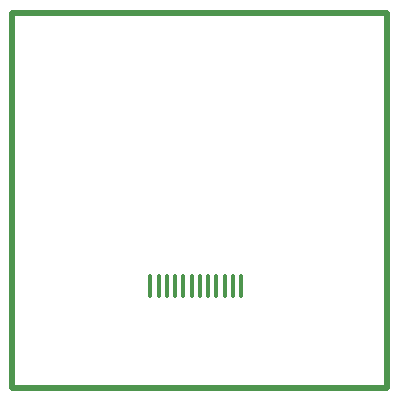
<source format=gbr>
%TF.GenerationSoftware,KiCad,Pcbnew,(6.0.0-rc1-323-gb9e66d8b98)*%
%TF.CreationDate,2021-12-09T23:12:50+08:00*%
%TF.ProjectId,Xterminal,58746572-6d69-46e6-916c-2e6b69636164,rev?*%
%TF.SameCoordinates,PXb340ac0PY76b1be0*%
%TF.FileFunction,Paste,Bot*%
%TF.FilePolarity,Positive*%
%FSLAX46Y46*%
G04 Gerber Fmt 4.6, Leading zero omitted, Abs format (unit mm)*
G04 Created by KiCad (PCBNEW (6.0.0-rc1-323-gb9e66d8b98)) date 2021-12-09 23:12:50*
%MOMM*%
%LPD*%
G01*
G04 APERTURE LIST*
G04 Aperture macros list*
%AMRoundRect*
0 Rectangle with rounded corners*
0 $1 Rounding radius*
0 $2 $3 $4 $5 $6 $7 $8 $9 X,Y pos of 4 corners*
0 Add a 4 corners polygon primitive as box body*
4,1,4,$2,$3,$4,$5,$6,$7,$8,$9,$2,$3,0*
0 Add four circle primitives for the rounded corners*
1,1,$1+$1,$2,$3*
1,1,$1+$1,$4,$5*
1,1,$1+$1,$6,$7*
1,1,$1+$1,$8,$9*
0 Add four rect primitives between the rounded corners*
20,1,$1+$1,$2,$3,$4,$5,0*
20,1,$1+$1,$4,$5,$6,$7,0*
20,1,$1+$1,$6,$7,$8,$9,0*
20,1,$1+$1,$8,$9,$2,$3,0*%
G04 Aperture macros list end*
%TA.AperFunction,Profile*%
%ADD10C,0.500000*%
%TD*%
%ADD11RoundRect,0.050000X0.125000X0.950000X-0.125000X0.950000X-0.125000X-0.950000X0.125000X-0.950000X0*%
G04 APERTURE END LIST*
D10*
X0Y31750000D02*
X31750000Y31750000D01*
X31750000Y31750000D02*
X31750000Y0D01*
X31750000Y0D02*
X0Y0D01*
X0Y0D02*
X0Y31750000D01*
D11*
%TO.C,U7*%
X19372000Y8636000D03*
X18672000Y8636000D03*
X17972000Y8636000D03*
X17272000Y8636000D03*
X16572000Y8636000D03*
X15872000Y8636000D03*
X15172000Y8636000D03*
X14472000Y8636000D03*
X13772000Y8636000D03*
X13072000Y8636000D03*
X12372000Y8636000D03*
X11672000Y8636000D03*
%TD*%
M02*

</source>
